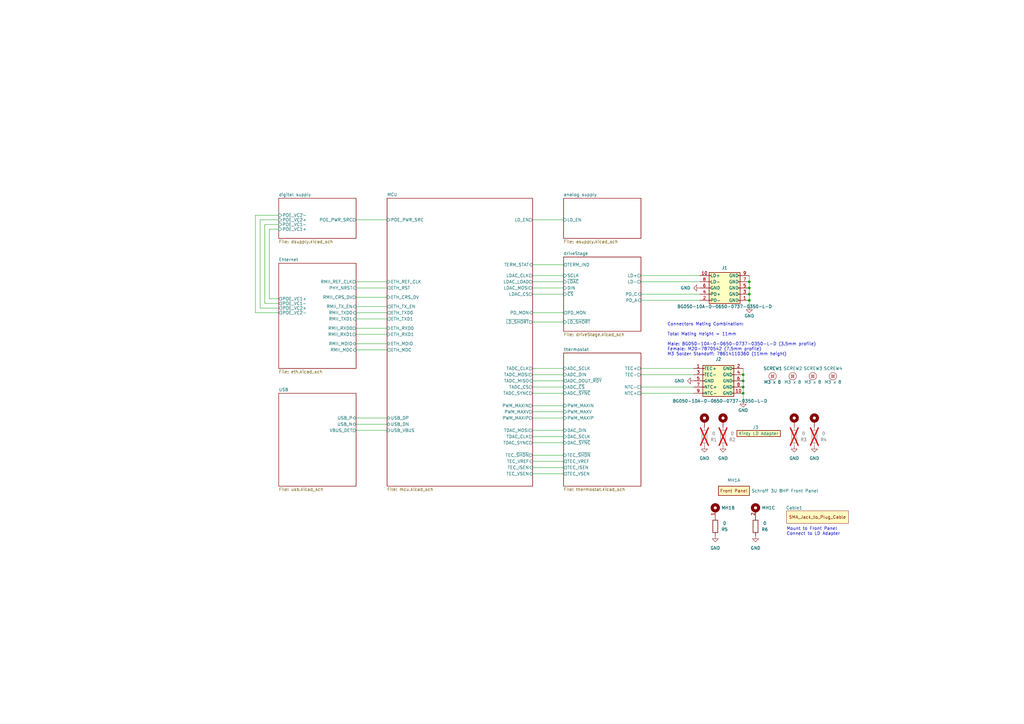
<source format=kicad_sch>
(kicad_sch (version 20230121) (generator eeschema)
  (paper "A3")
  (title_block (title "Kirdy") (date "2023-11-27") (rev "r0_3") (company "M-Labs Limited") (comment 1 "Linus Woo Chun Kit"))
  (lib_symbols
    (symbol "Device:R" (pin_numbers hide) (pin_names (offset 0))
      (property "Reference" "R" (at 2.032 0 90))
      (property "Value" "R" (at 0 0 90))
      (symbol "R_0_1"
        (rectangle (start -1.016 -2.54) (end 1.016 2.54) (stroke (width 0.254)))
      )
      (symbol "R_1_1"
        (pin passive line (at 0 3.81 270) (length 1.27) (name "~") (number "1"))
        (pin passive line (at 0 -3.81 90) (length 1.27) (name "~") (number "2"))
      )
    )
    (symbol "Mechanical:MountingHole_Pad" (pin_numbers hide) (pin_names (offset 1.016) hide)
      (property "Reference" "H" (at 0 6.35 0))
      (property "Value" "MountingHole_Pad" (at 0 4.445 0))
      (symbol "MountingHole_Pad_0_1"
        (circle (center 0 1.27) (radius 1.27) (stroke (width 1.27)))
      )
      (symbol "MountingHole_Pad_1_1"
        (pin input line (at 0 -2.54 90) (length 2.54) (name "1") (number "1"))
      )
    )
    (symbol "Panel_1"
      (property "Reference" "MH" (at 1.27 3.175 0))
      (symbol "Panel_1_1_1"
        (rectangle (start 0 0) (end 12.7 -3.81) (stroke (width 0.254)) (fill (type background)))
        (text "Front Panel" (at 6.35 -1.905 0) (effects (font (size 1.27 1.27))))
      )
      (symbol "Panel_1_2_1"
        (circle (center 0 0) (radius 1.27) (stroke (width 1.27)))
        (pin input line (at 3.81 0 180) (length 2.54) (name "") (number "1"))
      )
      (symbol "Panel_1_3_1"
        (circle (center 0 0) (radius 1.27) (stroke (width 1.27)))
        (pin input line (at 3.81 0 180) (length 2.54) (name "") (number "2"))
      )
    )
    (symbol "kirdy:Kirdy_Adapter_HDR1"
      (property "Reference" "J" (at 5.08 2.54 0))
      (property "Value" "BG050-10A-0-0650-0737-0350-L-D" (at 10.16 -12.7 0))
      (symbol "Kirdy_Adapter_HDR1_1_1"
        (rectangle (start 3.81 -10.033) (end 4.445 -10.287) (stroke (width 0.1524)))
        (rectangle (start 3.81 -7.493) (end 4.445 -7.747) (stroke (width 0.1524)))
        (rectangle (start 3.81 -4.953) (end 4.445 -5.207) (stroke (width 0.1524)))
        (rectangle (start 3.81 -2.413) (end 4.445 -2.667) (stroke (width 0.1524)))
        (rectangle (start 3.81 0.127) (end 4.445 -0.127) (stroke (width 0.1524)))
        (rectangle (start 3.81 1.27) (end 16.51 -11.43) (stroke (width 0.254)) (fill (type background)))
        (rectangle (start 15.875 -10.033) (end 16.51 -10.287) (stroke (width 0.1524)))
        (rectangle (start 15.875 -7.493) (end 16.51 -7.747) (stroke (width 0.1524)))
        (rectangle (start 15.875 -4.953) (end 16.51 -5.207) (stroke (width 0.1524)))
        (rectangle (start 15.875 -2.413) (end 16.51 -2.667) (stroke (width 0.1524)))
        (rectangle (start 15.875 0.127) (end 16.51 -0.127) (stroke (width 0.1524)))
        (pin passive line (at 0 0 0) (length 3.81) (name "TEC+") (number "1"))
        (pin passive line (at 20.32 -10.16 180) (length 3.81) (name "GND") (number "10"))
        (pin passive line (at 20.32 0 180) (length 3.81) (name "GND") (number "2"))
        (pin passive line (at 0 -2.54 0) (length 3.81) (name "TEC-") (number "3"))
        (pin passive line (at 20.32 -2.54 180) (length 3.81) (name "GND") (number "4"))
        (pin passive line (at 0 -5.08 0) (length 3.81) (name "GND") (number "5"))
        (pin passive line (at 20.32 -5.08 180) (length 3.81) (name "GND") (number "6"))
        (pin passive line (at 0 -7.62 0) (length 3.81) (name "NTC+") (number "7"))
        (pin passive line (at 20.32 -7.62 180) (length 3.81) (name "GND") (number "8"))
        (pin passive line (at 0 -10.16 0) (length 3.81) (name "NTC-") (number "9"))
      )
    )
    (symbol "kirdy:Kirdy_Adapter_HDR2"
      (property "Reference" "J" (at 5.08 2.54 0))
      (property "Value" "BG050-10A-0-0650-0737-0350-L-D" (at 10.16 -12.7 0))
      (symbol "Kirdy_Adapter_HDR2_1_1"
        (rectangle (start 3.81 -10.033) (end 4.445 -10.287) (stroke (width 0.1524)))
        (rectangle (start 3.81 -7.493) (end 4.445 -7.747) (stroke (width 0.1524)))
        (rectangle (start 3.81 -4.953) (end 4.445 -5.207) (stroke (width 0.1524)))
        (rectangle (start 3.81 -2.413) (end 4.445 -2.667) (stroke (width 0.1524)))
        (rectangle (start 3.81 0.127) (end 4.445 -0.127) (stroke (width 0.1524)))
        (rectangle (start 3.81 1.27) (end 16.51 -11.43) (stroke (width 0.254)) (fill (type background)))
        (rectangle (start 15.875 -10.033) (end 16.51 -10.287) (stroke (width 0.1524)))
        (rectangle (start 15.875 -7.493) (end 16.51 -7.747) (stroke (width 0.1524)))
        (rectangle (start 15.875 -4.953) (end 16.51 -5.207) (stroke (width 0.1524)))
        (rectangle (start 15.875 -2.413) (end 16.51 -2.667) (stroke (width 0.1524)))
        (rectangle (start 15.875 0.127) (end 16.51 -0.127) (stroke (width 0.1524)))
        (pin passive line (at 0 0 0) (length 3.81) (name "GND") (number "1"))
        (pin passive line (at 20.32 -10.16 180) (length 3.81) (name "LD+") (number "10"))
        (pin passive line (at 20.32 0 180) (length 3.81) (name "PD-") (number "2"))
        (pin passive line (at 0 -2.54 0) (length 3.81) (name "GND") (number "3"))
        (pin passive line (at 20.32 -2.54 180) (length 3.81) (name "PD+") (number "4"))
        (pin passive line (at 0 -5.08 0) (length 3.81) (name "GND") (number "5"))
        (pin passive line (at 20.32 -5.08 180) (length 3.81) (name "GND") (number "6"))
        (pin passive line (at 0 -7.62 0) (length 3.81) (name "GND") (number "7"))
        (pin passive line (at 20.32 -7.62 180) (length 3.81) (name "LD-") (number "8"))
        (pin passive line (at 0 -10.16 0) (length 3.81) (name "GND") (number "9"))
      )
    )
    (symbol "kirdy:Kirdy_LD_Adapter" (pin_names (offset 1.016) hide)
      (property "Reference" "J" (at -6.35 2.54 0))
      (property "Value" "Kirdy_LD_Adapter" (at 1.27 0 0))
      (symbol "Kirdy_LD_Adapter_1_1"
        (rectangle (start -7.62 1.27) (end 10.16 -1.27) (stroke (width 0.254)) (fill (type background)))
      )
    )
    (symbol "kirdy:Panel"
      (property "Reference" "MH" (at 1.27 3.175 0))
      (symbol "Panel_1_1"
        (rectangle (start 0 0) (end 12.7 -3.81) (stroke (width 0.254)) (fill (type background)))
        (text "Front Panel" (at 6.35 -1.905 0) (effects (font (size 1.27 1.27))))
      )
      (symbol "Panel_2_1"
        (circle (center 0 0) (radius 1.27) (stroke (width 1.27)))
        (pin input line (at 3.81 0 180) (length 2.54) (name "") (number "1"))
      )
      (symbol "Panel_3_1"
        (circle (center 0 0) (radius 1.27) (stroke (width 1.27)))
        (pin input line (at 3.81 0 180) (length 2.54) (name "") (number "2"))
      )
    )
    (symbol "kirdy:SMA_Jack_to_Plug_Cable" (on_board no)
      (property "Reference" "Cable" (at 2.54 1.27 0))
      (symbol "SMA_Jack_to_Plug_Cable_0_1"
        (rectangle (start 0 0) (end 25.4 -5.08) (fill (type background)))
      )
      (symbol "SMA_Jack_to_Plug_Cable_1_1"
        (text "SMA_Jack_to_Plug_Cable" (at 12.7 -2.54 0) (effects (font (size 1.27 1.27))))
      )
    )
    (symbol "kirdy:Screw" (on_board no)
      (property "Reference" "SCREW" (at 3.048 2.54 0))
      (symbol "Screw_0_1"
        (polyline (pts (xy -0.254 0) (xy -0.635 -0.381) (xy -0.381 -0.635) (xy 0 -0.254)))
        (polyline (pts (xy 0 -0.254) (xy 0.381 -0.635) (xy 0.635 -0.381) (xy 0.254 0)))
        (polyline (pts (xy 0 0.254) (xy -0.381 0.635) (xy -0.635 0.381) (xy -0.254 0)))
        (polyline (pts (xy 0.254 0) (xy 0.635 0.381) (xy 0.381 0.635) (xy 0 0.254)))
        (circle (center 0 0) (radius 1.524))
      )
    )
    (symbol "power:GND" (power) (pin_names (offset 0))
      (property "Value" "GND" (at 0 -3.81 0))
      (symbol "GND_0_1"
        (polyline (pts (xy 0 0) (xy 0 -1.27) (xy 1.27 -1.27) (xy 0 -2.54) (xy -1.27 -1.27) (xy 0 -1.27)))
      )
      (symbol "GND_1_1"
        (pin power_in line (at 0 0 270) (length 0) hide (name "GND") (number "1"))
      )
    )
  )
  (junction (at 307.34 118.11))
  (junction (at 304.8 153.67))
  (junction (at 304.8 158.75))
  (junction (at 304.8 161.29))
  (junction (at 307.34 120.65))
  (junction (at 307.34 123.19))
  (junction (at 307.34 115.57))
  (junction (at 304.8 156.21))
  (wire (pts (xy 304.8 153.67) (xy 304.8 156.21)))
  (wire (pts (xy 146.05 176.53) (xy 158.75 176.53)))
  (wire (pts (xy 108.585 92.075) (xy 108.585 124.46)))
  (wire (pts (xy 218.44 168.91) (xy 231.14 168.91)))
  (wire (pts (xy 106.68 126.365) (xy 106.68 90.17)))
  (wire (pts (xy 218.44 176.53) (xy 231.14 176.53)))
  (wire (pts (xy 304.8 151.13) (xy 304.8 153.67)))
  (wire (pts (xy 146.05 125.73) (xy 158.75 125.73)))
  (wire (pts (xy 307.34 115.57) (xy 307.34 118.11)))
  (wire (pts (xy 262.89 123.19) (xy 287.02 123.19)))
  (wire (pts (xy 114.3 122.555) (xy 110.49 122.555)))
  (wire (pts (xy 218.44 151.13) (xy 231.14 151.13)))
  (wire (pts (xy 146.05 173.99) (xy 158.75 173.99)))
  (wire (pts (xy 218.44 161.29) (xy 231.14 161.29)))
  (wire (pts (xy 146.05 115.57) (xy 158.75 115.57)))
  (wire (pts (xy 218.44 90.17) (xy 231.14 90.17)))
  (wire (pts (xy 218.44 171.45) (xy 231.14 171.45)))
  (wire (pts (xy 146.05 140.97) (xy 158.75 140.97)))
  (wire (pts (xy 218.44 194.31) (xy 231.14 194.31)))
  (wire (pts (xy 218.44 166.37) (xy 231.14 166.37)))
  (wire (pts (xy 218.44 189.23) (xy 231.14 189.23)))
  (wire (pts (xy 218.44 179.07) (xy 231.14 179.07)))
  (wire (pts (xy 262.89 161.29) (xy 284.48 161.29)))
  (wire (pts (xy 146.05 121.92) (xy 158.75 121.92)))
  (wire (pts (xy 146.05 171.45) (xy 158.75 171.45)))
  (wire (pts (xy 307.34 120.65) (xy 307.34 123.19)))
  (wire (pts (xy 262.89 113.03) (xy 287.02 113.03)))
  (wire (pts (xy 146.05 90.17) (xy 158.75 90.17)))
  (wire (pts (xy 114.3 92.075) (xy 108.585 92.075)))
  (wire (pts (xy 110.49 93.98) (xy 114.3 93.98)))
  (wire (pts (xy 304.8 156.21) (xy 304.8 158.75)))
  (wire (pts (xy 106.68 90.17) (xy 114.3 90.17)))
  (wire (pts (xy 110.49 122.555) (xy 110.49 93.98)))
  (wire (pts (xy 304.8 158.75) (xy 304.8 161.29)))
  (wire (pts (xy 114.3 88.265) (xy 104.775 88.265)))
  (wire (pts (xy 307.34 123.19) (xy 307.34 125.73)))
  (wire (pts (xy 146.05 130.81) (xy 158.75 130.81)))
  (wire (pts (xy 218.44 115.57) (xy 231.14 115.57)))
  (wire (pts (xy 262.89 120.65) (xy 287.02 120.65)))
  (wire (pts (xy 146.05 118.11) (xy 158.75 118.11)))
  (wire (pts (xy 114.3 126.365) (xy 106.68 126.365)))
  (wire (pts (xy 146.05 128.27) (xy 158.75 128.27)))
  (wire (pts (xy 304.8 161.29) (xy 304.8 164.465)))
  (wire (pts (xy 262.89 158.75) (xy 284.48 158.75)))
  (wire (pts (xy 104.775 88.265) (xy 104.775 128.27)))
  (wire (pts (xy 218.44 132.08) (xy 231.14 132.08)))
  (wire (pts (xy 146.05 134.62) (xy 158.75 134.62)))
  (wire (pts (xy 218.44 118.11) (xy 231.14 118.11)))
  (wire (pts (xy 307.34 113.03) (xy 307.34 115.57)))
  (wire (pts (xy 218.44 156.21) (xy 231.14 156.21)))
  (wire (pts (xy 307.34 118.11) (xy 307.34 120.65)))
  (wire (pts (xy 218.44 128.27) (xy 231.14 128.27)))
  (wire (pts (xy 218.44 186.69) (xy 231.14 186.69)))
  (wire (pts (xy 218.44 153.67) (xy 231.14 153.67)))
  (wire (pts (xy 218.44 108.585) (xy 231.14 108.585)))
  (wire (pts (xy 218.44 181.61) (xy 231.14 181.61)))
  (wire (pts (xy 218.44 158.75) (xy 231.14 158.75)))
  (wire (pts (xy 218.44 120.65) (xy 231.14 120.65)))
  (wire (pts (xy 262.89 151.13) (xy 284.48 151.13)))
  (wire (pts (xy 262.89 153.67) (xy 284.48 153.67)))
  (wire (pts (xy 108.585 124.46) (xy 114.3 124.46)))
  (wire (pts (xy 146.05 143.51) (xy 158.75 143.51)))
  (wire (pts (xy 262.89 115.57) (xy 287.02 115.57)))
  (wire (pts (xy 104.775 128.27) (xy 114.3 128.27)))
  (wire (pts (xy 218.44 191.77) (xy 231.14 191.77)))
  (wire (pts (xy 218.44 113.03) (xy 231.14 113.03)))
  (wire (pts (xy 146.05 137.16) (xy 158.75 137.16)))
  (text "Mount to Front Panel \nConnect to LD Adapter" (at 322.58 219.71 0) (effects (font (size 1.27 1.27)) (justify left bottom)))
  (text "Connectors Mating Combination:\n\nTotal Mating Height = 11mm\n\nMale: BG050-10A-0-0650-0737-0350-L-D (3.5mm profile) \nFemale: M20-7870542 (7.5mm profile) \nM3 Solder Standoff: 78614110360 (11mm height)" (at 273.685 146.05 0) (effects (font (size 1.27 1.27)) (justify left bottom)))
  (symbol (lib_id "power:GND") (at 309.88 219.71 0) (unit 1)
    (property "Reference" "#PWR010" (effects hide))
    (property "Value" "GND" (at 309.88 224.79 0))
  )
  (symbol (lib_id "Device:R") (at 296.545 179.07 180) (unit 1) (dnp yes)
    (property "Reference" "R2" (at 300.355 180.34 0))
    (property "Value" "0" (at 300.355 177.8 0))
    (property "Footprint" "Resistor_SMD:R_0603_1608Metric" (effects hide))
    (property "MFR_PN" "RMCF0603ZT0R00" (effects hide))
    (property "MFR_PN_ALT" "CR0603-J/-000ELF" (effects hide))
  )
  (symbol (lib_id "Device:R") (at 293.37 215.9 180) (unit 1)
    (property "Reference" "R5" (at 297.18 217.17 0))
    (property "Value" "0" (at 297.18 214.63 0))
    (property "Footprint" "Resistor_SMD:R_0603_1608Metric" (effects hide))
    (property "MFR_PN" "RMCF0603ZT0R00" (effects hide))
    (property "MFR_PN_ALT" "CR0603-J/-000ELF" (effects hide))
  )
  (symbol (lib_id "kirdy:Kirdy_LD_Adapter") (at 309.88 177.8 0) (unit 1)
    (property "Reference" "J3" (at 309.88 175.26 0))
    (property "Value" "Kirdy LD Adapter" (at 311.15 177.8 0))
    (property "Footprint" "kirdy:Kirdy_LD_Adapter" (effects hide))
    (property "MFR_PN" "Kirdy_LD_Adapter_PCB" (effects hide))
  )
  (symbol (lib_id "kirdy:Panel") (at 309.88 208.28 270) (unit 3)
    (property "Reference" "MH1" (at 312.42 208.28 90) (effects (justify left)))
    (property "Value" "Schroff 3U 8HP Front Panel" (effects hide))
    (property "Footprint" "kirdy:Panel" (effects hide))
    (property "MFR_PN" "20848-668" (effects hide))
  )
  (symbol (lib_id "kirdy:Screw") (at 316.865 154.305 0) (unit 1) (on_board no)
    (property "Reference" "SCREW1" (at 313.055 151.13 0) (effects (justify left)))
    (property "Value" "M3 x 8" (at 316.865 156.718 0))
    (property "MFR_PN" "EDLV-M3-L8" (effects hide))
    (property "MFR_PN_ALT" "FH4-M3-8 " (effects hide))
    (property "Comment" "https://jlcmc.com/product/s/E02/EDLV/cross-recessed-large-flat-head-screw" (effects hide))
  )
  (symbol (lib_id "kirdy:Kirdy_Adapter_HDR2") (at 307.34 123.19 180) (unit 1)
    (property "Reference" "J1" (at 297.18 109.855 0))
    (property "Value" "BG050-10A-0-0650-0737-0350-L-D" (at 297.18 125.73 0))
    (property "Footprint" "kirdy:BG050-10A-0-0650-0737-0350-L-D" (effects hide))
    (property "MFR_PN" "BG050-10A-0-0650-0737-0350-L-D" (effects hide))
    (property "MFR_PN_ALT" "BG050-10A-0-0450-0737-0350-L-D " (effects hide))
  )
  (symbol (lib_name "Panel_1") (lib_id "kirdy:Panel") (at 294.64 199.39 0) (unit 1)
    (property "Reference" "MH1" (at 300.99 196.977 0))
    (property "Value" "Schroff 3U 8HP Front Panel" (at 321.945 201.295 0))
    (property "Footprint" "kirdy:Panel" (effects hide))
    (property "MFR_PN" "20848-668" (effects hide))
  )
  (symbol (lib_id "power:GND") (at 307.34 125.73 0) (unit 1)
    (property "Reference" "#PWR02" (effects hide))
    (property "Value" "GND" (at 307.34 129.54 0))
  )
  (symbol (lib_id "kirdy:Screw") (at 333.375 154.305 0) (unit 1) (on_board no)
    (property "Reference" "SCREW3" (at 329.565 151.13 0) (effects (justify left)))
    (property "Value" "M3 x 8" (at 333.375 156.718 0))
    (property "MFR_PN" "EDLV-M3-L8" (effects hide))
    (property "MFR_PN_ALT" "FH4-M3-8 " (effects hide))
    (property "Comment" "https://jlcmc.com/product/s/E02/EDLV/cross-recessed-large-flat-head-screw" (effects hide))
  )
  (symbol (lib_id "Mechanical:MountingHole_Pad") (at 325.755 172.72 0) (unit 1)
    (property "Reference" "H3" (effects hide))
    (property "Value" "78614110360" (effects hide))
    (property "Footprint" "Mounting_Wuerth:Mounting_Wuerth_WA-SMSI-M3_H11mm_9774110360" (effects hide))
    (property "MFR_PN" "78614110360" (effects hide))
    (property "MFT_PN_ALT" "9774110360R" (effects hide))
  )
  (symbol (lib_id "power:GND") (at 287.02 118.11 270) (unit 1)
    (property "Reference" "#PWR01" (effects hide))
    (property "Value" "GND" (at 283.21 118.11 90) (effects (justify right)))
  )
  (symbol (lib_id "Mechanical:MountingHole_Pad") (at 288.925 172.72 0) (unit 1)
    (property "Reference" "H1" (effects hide))
    (property "Value" "78614110360" (effects hide))
    (property "Footprint" "Mounting_Wuerth:Mounting_Wuerth_WA-SMSI-M3_H11mm_9774110360" (effects hide))
    (property "Datasheet" "~" (at 288.925 172.72 0))
    (property "MFR_PN" "78614110360" (effects hide))
    (property "MFR_PN_ALT" "9774110360R" (effects hide))
  )
  (symbol (lib_id "Device:R") (at 325.755 179.07 180) (unit 1) (dnp yes)
    (property "Reference" "R3" (at 329.565 180.34 0))
    (property "Value" "0" (at 329.565 177.8 0))
    (property "Footprint" "Resistor_SMD:R_0603_1608Metric" (effects hide))
    (property "MFR_PN" "RMCF0603ZT0R00" (effects hide))
    (property "MFR_PN_ALT" "CR0603-J/-000ELF" (effects hide))
  )
  (symbol (lib_id "power:GND") (at 296.545 182.88 0) (unit 1)
    (property "Reference" "#PWR06" (effects hide))
    (property "Value" "GND" (at 296.545 187.96 0))
  )
  (symbol (lib_id "power:GND") (at 288.925 182.88 0) (unit 1)
    (property "Reference" "#PWR05" (effects hide))
    (property "Value" "GND" (at 288.925 187.96 0))
  )
  (symbol (lib_id "Mechanical:MountingHole_Pad") (at 334.01 172.72 0) (unit 1)
    (property "Reference" "H4" (effects hide))
    (property "Value" "78614110360" (effects hide))
    (property "Footprint" "Mounting_Wuerth:Mounting_Wuerth_WA-SMSI-M3_H11mm_9774110360" (effects hide))
    (property "MFR_PN" "78614110360" (effects hide))
    (property "MFR_PN_ALT" "9774110360R" (effects hide))
  )
  (symbol (lib_id "Mechanical:MountingHole_Pad") (at 296.545 172.72 0) (unit 1)
    (property "Reference" "H2" (effects hide))
    (property "Value" "78614110360" (effects hide))
    (property "Footprint" "Mounting_Wuerth:Mounting_Wuerth_WA-SMSI-M3_H11mm_9774110360" (effects hide))
    (property "MFR_PN" "78614110360" (effects hide))
    (property "MFR_PN_ALT" "9774110360R" (effects hide))
  )
  (symbol (lib_id "power:GND") (at 334.01 182.88 0) (unit 1)
    (property "Reference" "#PWR08" (effects hide))
    (property "Value" "GND" (at 334.01 187.96 0))
  )
  (symbol (lib_id "kirdy:Screw") (at 325.12 154.305 0) (unit 1) (on_board no)
    (property "Reference" "SCREW2" (at 321.31 151.13 0) (effects (justify left)))
    (property "Value" "M3 x 8" (at 325.12 156.718 0))
    (property "MFR_PN" "EDLV-M3-L8" (effects hide))
    (property "MFR_PN_ALT" "FH4-M3-8 " (effects hide))
    (property "Comment" "https://jlcmc.com/product/s/E02/EDLV/cross-recessed-large-flat-head-screw" (effects hide))
  )
  (symbol (lib_id "Device:R") (at 334.01 179.07 180) (unit 1) (dnp yes)
    (property "Reference" "R4" (at 337.82 180.34 0))
    (property "Value" "0" (at 337.82 177.8 0))
    (property "Footprint" "Resistor_SMD:R_0603_1608Metric" (effects hide))
    (property "MFR_PN" "RMCF0603ZT0R00" (effects hide))
    (property "MFR_PN_ALT" "CR0603-J/-000ELF" (effects hide))
  )
  (symbol (lib_id "kirdy:SMA_Jack_to_Plug_Cable") (at 322.58 209.55 0) (unit 1) (on_board no)
    (property "Reference" "Cable1" (at 325.755 208.28 0))
    (property "Value" "SMA_Jack_to_Plug_Cable" (effects hide))
    (property "MFR_PN" "095-902-477-006" (effects hide))
    (property "MFR_PN_ALT" "095-902-481-006" (effects hide))
    (property "Comment" "Minimum Length of Cable: 120mm" (effects hide))
  )
  (symbol (lib_id "power:GND") (at 293.37 219.71 0) (unit 1)
    (property "Reference" "#PWR09" (effects hide))
    (property "Value" "GND" (at 293.37 224.79 0))
  )
  (symbol (lib_id "power:GND") (at 284.48 156.21 270) (unit 1)
    (property "Reference" "#PWR03" (effects hide))
    (property "Value" "GND" (at 280.67 156.21 90) (effects (justify right)))
  )
  (symbol (lib_id "Device:R") (at 288.925 179.07 180) (unit 1) (dnp yes)
    (property "Reference" "R1" (at 292.735 180.34 0))
    (property "Value" "0" (at 292.735 177.8 0))
    (property "Footprint" "Resistor_SMD:R_0603_1608Metric" (effects hide))
    (property "MFR_PN" "RMCF0603ZT0R00" (effects hide))
    (property "MFR_PN_ALT" "CR0603-J/-000ELF" (effects hide))
  )
  (symbol (lib_id "kirdy:Screw") (at 341.63 154.305 0) (unit 1) (on_board no)
    (property "Reference" "SCREW4" (at 337.82 151.13 0) (effects (justify left)))
    (property "Value" "M3 x 8" (at 341.63 156.718 0))
    (property "MFR_PN" "EDLV-M3-L8" (effects hide))
    (property "MFR_PN_ALT" "FH4-M3-8 " (effects hide))
    (property "Comment" "https://jlcmc.com/product/s/E02/EDLV/cross-recessed-large-flat-head-screw" (effects hide))
  )
  (symbol (lib_id "kirdy:Panel") (at 293.37 208.28 270) (unit 2)
    (property "Reference" "MH1" (at 295.91 208.28 90) (effects (justify left)))
    (property "Value" "Schroff 3U 8HP Front Panel" (effects hide))
    (property "Footprint" "kirdy:Panel" (effects hide))
    (property "MFR_PN" "20848-668" (effects hide))
  )
  (symbol (lib_id "kirdy:Kirdy_Adapter_HDR1") (at 284.48 151.13 0) (unit 1)
    (property "Reference" "J2" (at 294.64 147.32 0))
    (property "Value" "BG050-10A-0-0650-0737-0350-L-D" (at 295.275 164.465 0))
    (property "Footprint" "kirdy:BG050-10A-0-0650-0737-0350-L-D" (effects hide))
    (property "MFR_PN" "BG050-10A-0-0650-0737-0350-L-D" (effects hide))
    (property "MFR_PN_ALT" "BG050-10A-0-0450-0737-0350-L-D " (effects hide))
  )
  (symbol (lib_id "power:GND") (at 304.8 164.465 0) (unit 1)
    (property "Reference" "#PWR04" (effects hide))
    (property "Value" "GND" (at 304.8 168.275 0))
  )
  (symbol (lib_id "power:GND") (at 325.755 182.88 0) (unit 1)
    (property "Reference" "#PWR07" (effects hide))
    (property "Value" "GND" (at 325.755 187.96 0))
  )
  (symbol (lib_id "Device:R") (at 309.88 215.9 180) (unit 1)
    (property "Reference" "R6" (at 313.69 217.17 0))
    (property "Value" "0" (at 313.69 214.63 0))
    (property "Footprint" "Resistor_SMD:R_0603_1608Metric" (effects hide))
    (property "MFR_PN" "RMCF0603ZT0R00" (effects hide))
    (property "MFR_PN_ALT" "CR0603-J/-000ELF" (effects hide))
  )
  (sheet (at 114.3 107.95) (size 31.75 43.18) (stroke (width 0.1524))
    (property "Sheetname" "Ehternet" (at 114.3 107.2384 0) (effects (justify left bottom)))
    (property "Sheetfile" "eth.kicad_sch" (at 114.3 151.7146 0) (effects (justify left top)))
    (pin "RMII_MDIO" bidirectional (at 146.05 140.97 0))
    (pin "PHY_NRST" input (at 146.05 118.11 0))
    (pin "RMII_MDC" input (at 146.05 143.51 0))
    (pin "RMII_CRS_DV" output (at 146.05 121.92 0))
    (pin "RMII_TX_EN" input (at 146.05 125.73 0))
    (pin "RMII_TXD0" input (at 146.05 128.27 0))
    (pin "RMII_TXD1" input (at 146.05 130.81 0))
    (pin "RMII_RXD0" output (at 146.05 134.62 0))
    (pin "RMII_RXD1" output (at 146.05 137.16 0))
    (pin "RMII_REF_CLK" output (at 146.05 115.57 0))
    (pin "POE_VC1+" output (at 114.3 122.555 180))
    (pin "POE_VC1-" output (at 114.3 124.46 180))
    (pin "POE_VC2+" output (at 114.3 126.365 180))
    (pin "POE_VC2-" output (at 114.3 128.27 180))
  )
  (sheet (at 114.3 161.29) (size 31.75 38.1) (stroke (width 0.1524))
    (property "Sheetname" "USB" (at 114.3 160.5784 0) (effects (justify left bottom)))
    (property "Sheetfile" "usb.kicad_sch" (at 114.3 199.9746 0) (effects (justify left top)))
    (pin "USB_N" bidirectional (at 146.05 173.99 0))
    (pin "USB_P" bidirectional (at 146.05 171.45 0))
    (pin "VBUS_DET" output (at 146.05 176.53 0))
  )
  (sheet (at 231.14 105.41) (size 31.75 30.48) (stroke (width 0.1524))
    (property "Sheetname" "driveStage" (at 231.14 104.6984 0) (effects (justify left bottom)))
    (property "Sheetfile" "driveStage.kicad_sch" (at 231.14 136.4746 0) (effects (justify left top)))
    (pin "LD-" output (at 262.89 115.57 0))
    (pin "LD+" output (at 262.89 113.03 0))
    (pin "SCLK" input (at 231.14 113.03 180))
    (pin "DIN" input (at 231.14 118.11 180))
    (pin "~{LDAC}" input (at 231.14 115.57 180))
    (pin "~{CS}" input (at 231.14 120.65 180))
    (pin "PD_A" input (at 262.89 123.19 0))
    (pin "PD_C" input (at 262.89 120.65 0))
    (pin "PD_MON" output (at 231.14 128.27 180))
    (pin "~{LD_SHORT}" input (at 231.14 132.08 180))
    (pin "TERM_IND" output (at 231.14 108.585 180))
  )
  (sheet (at 114.3 81.28) (size 31.75 16.51) (stroke (width 0.1524))
    (property "Sheetname" "digital supply" (at 114.3 80.5684 0) (effects (justify left bottom)))
    (property "Sheetfile" "dsupply.kicad_sch" (at 114.3 98.3746 0) (effects (justify left top)))
    (pin "POE_PWR_SRC" output (at 146.05 90.17 0))
    (pin "POE_VC1-" input (at 114.3 92.075 180))
    (pin "POE_VC2-" input (at 114.3 88.265 180))
    (pin "POE_VC1+" input (at 114.3 93.98 180))
    (pin "POE_VC2+" input (at 114.3 90.17 180))
  )
  (sheet (at 231.14 144.78) (size 31.75 54.61) (stroke (width 0.1524))
    (property "Sheetname" "thermostat" (at 231.14 144.0684 0) (effects (justify left bottom)))
    (property "Sheetfile" "thermostat.kicad_sch" (at 231.14 199.9746 0) (effects (justify left top)))
    (pin "TEC-" output (at 262.89 153.67 0))
    (pin "TEC+" output (at 262.89 151.13 0))
    (pin "NTC-" passive (at 262.89 158.75 0))
    (pin "NTC+" passive (at 262.89 161.29 0))
    (pin "DAC_~{SYNC}" input (at 231.14 181.61 180))
    (pin "DAC_SCLK" input (at 231.14 179.07 180))
    (pin "DAC_DIN" input (at 231.14 176.53 180))
    (pin "PWM_MAXV" input (at 231.14 168.91 180))
    (pin "ADC_SCLK" input (at 231.14 151.13 180))
    (pin "ADC_DIN" input (at 231.14 153.67 180))
    (pin "ADC_DOUT_~{RDY}" output (at 231.14 156.21 180))
    (pin "ADC_~{CS}" input (at 231.14 158.75 180))
    (pin "ADC_~{SYNC}" input (at 231.14 161.29 180))
    (pin "PWM_MAXIN" input (at 231.14 166.37 180))
    (pin "PWM_MAXIP" input (at 231.14 171.45 180))
    (pin "TEC_~{SHDN}" input (at 231.14 186.69 180))
    (pin "TEC_ISEN" output (at 231.14 191.77 180))
    (pin "TEC_VREF" output (at 231.14 189.23 180))
    (pin "TEC_VSEN" output (at 231.14 194.31 180))
  )
  (sheet (at 231.14 81.28) (size 31.75 16.51) (stroke (width 0.1524))
    (property "Sheetname" "analog supply" (at 231.14 80.5684 0) (effects (justify left bottom)))
    (property "Sheetfile" "asupply.kicad_sch" (at 231.14 98.3746 0) (effects (justify left top)))
    (pin "LD_EN" input (at 231.14 90.17 180))
  )
  (sheet (at 158.75 81.28) (size 59.69 118.11) (stroke (width 0.1524))
    (property "Sheetname" "MCU" (at 158.75 80.5684 0) (effects (justify left bottom)))
    (property "Sheetfile" "mcu.kicad_sch" (at 158.75 199.9746 0) (effects (justify left top)))
    (pin "ETH_RST" output (at 158.75 118.11 180))
    (pin "ETH_MDIO" bidirectional (at 158.75 140.97 180))
    (pin "PD_MON" input (at 218.44 128.27 0))
    (pin "TEC_~{SHDN}" output (at 218.44 186.69 0))
    (pin "TEC_VREF" input (at 218.44 189.23 0))
    (pin "ETH_CRS_DV" input (at 158.75 121.92 180))
    (pin "USB_VBUS" input (at 158.75 176.53 180))
    (pin "TEC_ISEN" input (at 218.44 191.77 0))
    (pin "TEC_VSEN" input (at 218.44 194.31 0))
    (pin "USB_DP" bidirectional (at 158.75 171.45 180))
    (pin "USB_DN" bidirectional (at 158.75 173.99 180))
    (pin "TADC_CS" output (at 218.44 158.75 0))
    (pin "LDAC_CLK" output (at 218.44 113.03 0))
    (pin "ETH_TX_EN" output (at 158.75 125.73 180))
    (pin "ETH_TXD0" output (at 158.75 128.27 180))
    (pin "ETH_TXD1" output (at 158.75 130.81 180))
    (pin "LDAC_LOAD" output (at 218.44 115.57 0))
    (pin "POE_PWR_SRC" input (at 158.75 90.17 180))
    (pin "ETH_RXD0" input (at 158.75 134.62 180))
    (pin "ETH_RXD1" input (at 158.75 137.16 180))
    (pin "LDAC_MOSI" output (at 218.44 118.11 0))
    (pin "TADC_MOSI" output (at 218.44 153.67 0))
    (pin "TADC_MISO" input (at 218.44 156.21 0))
    (pin "PWM_MAXIP" output (at 218.44 171.45 0))
    (pin "ETH_MDC" output (at 158.75 143.51 180))
    (pin "LDAC_CS" output (at 218.44 120.65 0))
    (pin "TADC_SYNC" output (at 218.44 161.29 0))
    (pin "TDAC_CLK" output (at 218.44 179.07 0))
    (pin "TDAC_SYNC" output (at 218.44 181.61 0))
    (pin "TDAC_MOSI" output (at 218.44 176.53 0))
    (pin "PWM_MAXIN" output (at 218.44 166.37 0))
    (pin "PWM_MAXV" output (at 218.44 168.91 0))
    (pin "TADC_CLK" output (at 218.44 151.13 0))
    (pin "ETH_REF_CLK" input (at 158.75 115.57 180))
    (pin "LD_EN" output (at 218.44 90.17 0))
    (pin "~{LD_SHORT}" output (at 218.44 132.08 0))
    (pin "TERM_STAT" input (at 218.44 108.585 0))
  )
)
</source>
